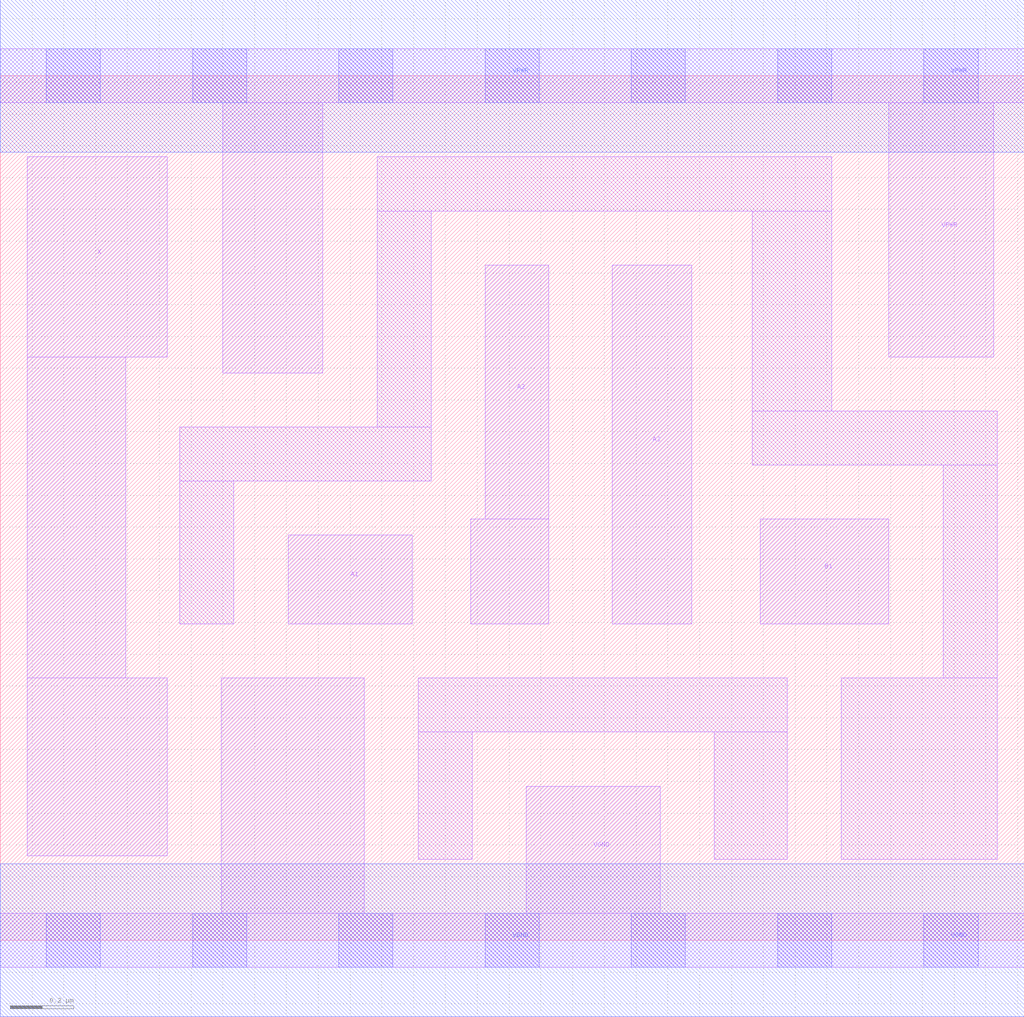
<source format=lef>
# Copyright 2020 The SkyWater PDK Authors
#
# Licensed under the Apache License, Version 2.0 (the "License");
# you may not use this file except in compliance with the License.
# You may obtain a copy of the License at
#
#     https://www.apache.org/licenses/LICENSE-2.0
#
# Unless required by applicable law or agreed to in writing, software
# distributed under the License is distributed on an "AS IS" BASIS,
# WITHOUT WARRANTIES OR CONDITIONS OF ANY KIND, either express or implied.
# See the License for the specific language governing permissions and
# limitations under the License.
#
# SPDX-License-Identifier: Apache-2.0

VERSION 5.7 ;
  NAMESCASESENSITIVE ON ;
  NOWIREEXTENSIONATPIN ON ;
  DIVIDERCHAR "/" ;
  BUSBITCHARS "[]" ;
UNITS
  DATABASE MICRONS 200 ;
END UNITS
MACRO sky130_fd_sc_hd__o31a_1
  CLASS CORE ;
  SOURCE USER ;
  FOREIGN sky130_fd_sc_hd__o31a_1 ;
  ORIGIN  0.000000  0.000000 ;
  SIZE  3.220000 BY  2.720000 ;
  SYMMETRY X Y R90 ;
  SITE unithd ;
  PIN A1
    ANTENNAGATEAREA  0.247500 ;
    DIRECTION INPUT ;
    USE SIGNAL ;
    PORT
      LAYER li1 ;
        RECT 0.905000 0.995000 1.295000 1.275000 ;
    END
  END A1
  PIN A2
    ANTENNAGATEAREA  0.247500 ;
    DIRECTION INPUT ;
    USE SIGNAL ;
    PORT
      LAYER li1 ;
        RECT 1.480000 0.995000 1.725000 1.325000 ;
        RECT 1.525000 1.325000 1.725000 2.125000 ;
    END
  END A2
  PIN A3
    ANTENNAGATEAREA  0.247500 ;
    DIRECTION INPUT ;
    USE SIGNAL ;
    PORT
      LAYER li1 ;
        RECT 1.925000 0.995000 2.175000 2.125000 ;
    END
  END A3
  PIN B1
    ANTENNAGATEAREA  0.247500 ;
    DIRECTION INPUT ;
    USE SIGNAL ;
    PORT
      LAYER li1 ;
        RECT 2.390000 0.995000 2.795000 1.325000 ;
    END
  END B1
  PIN X
    ANTENNADIFFAREA  0.594000 ;
    DIRECTION OUTPUT ;
    USE SIGNAL ;
    PORT
      LAYER li1 ;
        RECT 0.085000 0.265000 0.525000 0.825000 ;
        RECT 0.085000 0.825000 0.395000 1.835000 ;
        RECT 0.085000 1.835000 0.525000 2.465000 ;
    END
  END X
  PIN VGND
    DIRECTION INOUT ;
    SHAPE ABUTMENT ;
    USE GROUND ;
    PORT
      LAYER li1 ;
        RECT 0.000000 -0.085000 3.220000 0.085000 ;
        RECT 0.695000  0.085000 1.145000 0.825000 ;
        RECT 1.655000  0.085000 2.075000 0.485000 ;
      LAYER mcon ;
        RECT 0.145000 -0.085000 0.315000 0.085000 ;
        RECT 0.605000 -0.085000 0.775000 0.085000 ;
        RECT 1.065000 -0.085000 1.235000 0.085000 ;
        RECT 1.525000 -0.085000 1.695000 0.085000 ;
        RECT 1.985000 -0.085000 2.155000 0.085000 ;
        RECT 2.445000 -0.085000 2.615000 0.085000 ;
        RECT 2.905000 -0.085000 3.075000 0.085000 ;
      LAYER met1 ;
        RECT 0.000000 -0.240000 3.220000 0.240000 ;
    END
  END VGND
  PIN VPWR
    DIRECTION INOUT ;
    SHAPE ABUTMENT ;
    USE POWER ;
    PORT
      LAYER li1 ;
        RECT 0.000000 2.635000 3.220000 2.805000 ;
        RECT 0.700000 1.785000 1.015000 2.635000 ;
        RECT 2.795000 1.835000 3.125000 2.635000 ;
      LAYER mcon ;
        RECT 0.145000 2.635000 0.315000 2.805000 ;
        RECT 0.605000 2.635000 0.775000 2.805000 ;
        RECT 1.065000 2.635000 1.235000 2.805000 ;
        RECT 1.525000 2.635000 1.695000 2.805000 ;
        RECT 1.985000 2.635000 2.155000 2.805000 ;
        RECT 2.445000 2.635000 2.615000 2.805000 ;
        RECT 2.905000 2.635000 3.075000 2.805000 ;
      LAYER met1 ;
        RECT 0.000000 2.480000 3.220000 2.960000 ;
    END
  END VPWR
  OBS
    LAYER li1 ;
      RECT 0.565000 0.995000 0.735000 1.445000 ;
      RECT 0.565000 1.445000 1.355000 1.615000 ;
      RECT 1.185000 1.615000 1.355000 2.295000 ;
      RECT 1.185000 2.295000 2.615000 2.465000 ;
      RECT 1.315000 0.255000 1.485000 0.655000 ;
      RECT 1.315000 0.655000 2.475000 0.825000 ;
      RECT 2.245000 0.255000 2.475000 0.655000 ;
      RECT 2.365000 1.495000 3.135000 1.665000 ;
      RECT 2.365000 1.665000 2.615000 2.295000 ;
      RECT 2.645000 0.255000 3.135000 0.825000 ;
      RECT 2.965000 0.825000 3.135000 1.495000 ;
  END
END sky130_fd_sc_hd__o31a_1
END LIBRARY

</source>
